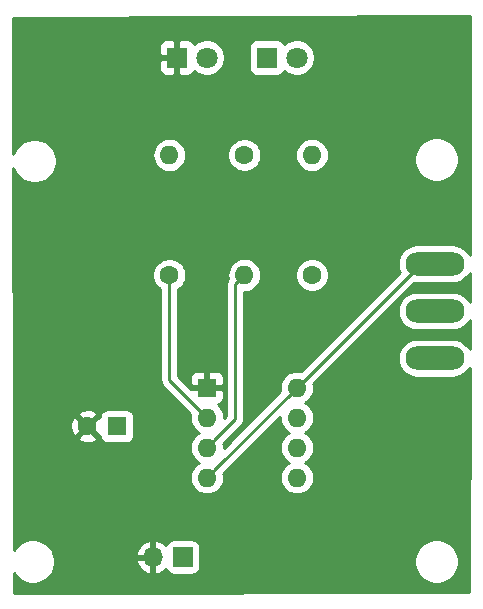
<source format=gbr>
G04 #@! TF.GenerationSoftware,KiCad,Pcbnew,(5.1.0)-1*
G04 #@! TF.CreationDate,2019-06-14T11:01:10+01:00*
G04 #@! TF.ProjectId,Fibre Tester,46696272-6520-4546-9573-7465722e6b69,rev?*
G04 #@! TF.SameCoordinates,Original*
G04 #@! TF.FileFunction,Copper,L1,Top*
G04 #@! TF.FilePolarity,Positive*
%FSLAX46Y46*%
G04 Gerber Fmt 4.6, Leading zero omitted, Abs format (unit mm)*
G04 Created by KiCad (PCBNEW (5.1.0)-1) date 2019-06-14 11:01:10*
%MOMM*%
%LPD*%
G04 APERTURE LIST*
%ADD10O,1.700000X1.700000*%
%ADD11R,1.700000X1.700000*%
%ADD12O,1.600000X1.600000*%
%ADD13C,1.600000*%
%ADD14R,1.600000X1.600000*%
%ADD15R,1.800000X1.800000*%
%ADD16C,1.800000*%
%ADD17O,5.000000X2.000000*%
%ADD18C,0.250000*%
%ADD19C,0.254000*%
G04 APERTURE END LIST*
D10*
X122428000Y-80391000D03*
D11*
X124968000Y-80391000D03*
D12*
X130175000Y-56515000D03*
D13*
X130175000Y-46355000D03*
D12*
X135890000Y-46355000D03*
D13*
X135890000Y-56515000D03*
D12*
X123825000Y-46355000D03*
D13*
X123825000Y-56515000D03*
D14*
X119380000Y-69321001D03*
D13*
X116880000Y-69321001D03*
D15*
X132080000Y-38100000D03*
D16*
X134620000Y-38100000D03*
X127000000Y-38100000D03*
D15*
X124460000Y-38100000D03*
D14*
X127000000Y-66040000D03*
D12*
X134620000Y-73660000D03*
X127000000Y-68580000D03*
X134620000Y-71120000D03*
X127000000Y-71120000D03*
X134620000Y-68580000D03*
X127000000Y-73660000D03*
X134620000Y-66040000D03*
D17*
X146304000Y-63563000D03*
X146304000Y-59563000D03*
X146304000Y-55563000D03*
D18*
X123825000Y-65405000D02*
X127000000Y-68580000D01*
X123825000Y-56515000D02*
X123825000Y-65405000D01*
X127799999Y-72860001D02*
X134620000Y-66040000D01*
X127000000Y-73660000D02*
X127799999Y-72860001D01*
X145160000Y-55500000D02*
X147320000Y-55500000D01*
X145097000Y-55563000D02*
X146558000Y-55563000D01*
X145097000Y-55563000D02*
X146304000Y-55563000D01*
X134620000Y-66040000D02*
X145097000Y-55563000D01*
X127799999Y-70320001D02*
X127000000Y-71120000D01*
X129375001Y-68744999D02*
X127799999Y-70320001D01*
X129375001Y-57314999D02*
X129375001Y-68744999D01*
X130175000Y-56515000D02*
X129375001Y-57314999D01*
D19*
G36*
X149243580Y-54787849D02*
G01*
X149170031Y-54650248D01*
X148965714Y-54401286D01*
X148716752Y-54196969D01*
X148432715Y-54045148D01*
X148124516Y-53951657D01*
X147884322Y-53928000D01*
X144723678Y-53928000D01*
X144483484Y-53951657D01*
X144175285Y-54045148D01*
X143891248Y-54196969D01*
X143642286Y-54401286D01*
X143437969Y-54650248D01*
X143286148Y-54934285D01*
X143192657Y-55242484D01*
X143161089Y-55563000D01*
X143192657Y-55883516D01*
X143286148Y-56191715D01*
X143323535Y-56261662D01*
X134945906Y-64639292D01*
X134901309Y-64625764D01*
X134690492Y-64605000D01*
X134549508Y-64605000D01*
X134338691Y-64625764D01*
X134068192Y-64707818D01*
X133818899Y-64841068D01*
X133600392Y-65020392D01*
X133421068Y-65238899D01*
X133287818Y-65488192D01*
X133205764Y-65758691D01*
X133178057Y-66040000D01*
X133205764Y-66321309D01*
X133219292Y-66365906D01*
X128439402Y-71145797D01*
X128441943Y-71120000D01*
X128414236Y-70838691D01*
X128400708Y-70794093D01*
X129886004Y-69308798D01*
X129915002Y-69285000D01*
X130009975Y-69169275D01*
X130080547Y-69037246D01*
X130124004Y-68893985D01*
X130135001Y-68782332D01*
X130135001Y-68782323D01*
X130138677Y-68745000D01*
X130135001Y-68707677D01*
X130135001Y-57950000D01*
X130245492Y-57950000D01*
X130456309Y-57929236D01*
X130726808Y-57847182D01*
X130976101Y-57713932D01*
X131194608Y-57534608D01*
X131373932Y-57316101D01*
X131507182Y-57066808D01*
X131589236Y-56796309D01*
X131616943Y-56515000D01*
X131603023Y-56373665D01*
X134455000Y-56373665D01*
X134455000Y-56656335D01*
X134510147Y-56933574D01*
X134618320Y-57194727D01*
X134775363Y-57429759D01*
X134975241Y-57629637D01*
X135210273Y-57786680D01*
X135471426Y-57894853D01*
X135748665Y-57950000D01*
X136031335Y-57950000D01*
X136308574Y-57894853D01*
X136569727Y-57786680D01*
X136804759Y-57629637D01*
X137004637Y-57429759D01*
X137161680Y-57194727D01*
X137269853Y-56933574D01*
X137325000Y-56656335D01*
X137325000Y-56373665D01*
X137269853Y-56096426D01*
X137161680Y-55835273D01*
X137004637Y-55600241D01*
X136804759Y-55400363D01*
X136569727Y-55243320D01*
X136308574Y-55135147D01*
X136031335Y-55080000D01*
X135748665Y-55080000D01*
X135471426Y-55135147D01*
X135210273Y-55243320D01*
X134975241Y-55400363D01*
X134775363Y-55600241D01*
X134618320Y-55835273D01*
X134510147Y-56096426D01*
X134455000Y-56373665D01*
X131603023Y-56373665D01*
X131589236Y-56233691D01*
X131507182Y-55963192D01*
X131373932Y-55713899D01*
X131194608Y-55495392D01*
X130976101Y-55316068D01*
X130726808Y-55182818D01*
X130456309Y-55100764D01*
X130245492Y-55080000D01*
X130104508Y-55080000D01*
X129893691Y-55100764D01*
X129623192Y-55182818D01*
X129373899Y-55316068D01*
X129155392Y-55495392D01*
X128976068Y-55713899D01*
X128842818Y-55963192D01*
X128760764Y-56233691D01*
X128733057Y-56515000D01*
X128760764Y-56796309D01*
X128776078Y-56846795D01*
X128740027Y-56890723D01*
X128669456Y-57022752D01*
X128669455Y-57022753D01*
X128625998Y-57166014D01*
X128615001Y-57277667D01*
X128615001Y-57277677D01*
X128611325Y-57314999D01*
X128615001Y-57352321D01*
X128615002Y-68430196D01*
X128439402Y-68605796D01*
X128441943Y-68580000D01*
X128414236Y-68298691D01*
X128332182Y-68028192D01*
X128198932Y-67778899D01*
X128019608Y-67560392D01*
X127906518Y-67467581D01*
X127924482Y-67465812D01*
X128044180Y-67429502D01*
X128154494Y-67370537D01*
X128251185Y-67291185D01*
X128330537Y-67194494D01*
X128389502Y-67084180D01*
X128425812Y-66964482D01*
X128438072Y-66840000D01*
X128435000Y-66325750D01*
X128276250Y-66167000D01*
X127127000Y-66167000D01*
X127127000Y-66187000D01*
X126873000Y-66187000D01*
X126873000Y-66167000D01*
X125723750Y-66167000D01*
X125692776Y-66197974D01*
X124734802Y-65240000D01*
X125561928Y-65240000D01*
X125565000Y-65754250D01*
X125723750Y-65913000D01*
X126873000Y-65913000D01*
X126873000Y-64763750D01*
X127127000Y-64763750D01*
X127127000Y-65913000D01*
X128276250Y-65913000D01*
X128435000Y-65754250D01*
X128438072Y-65240000D01*
X128425812Y-65115518D01*
X128389502Y-64995820D01*
X128330537Y-64885506D01*
X128251185Y-64788815D01*
X128154494Y-64709463D01*
X128044180Y-64650498D01*
X127924482Y-64614188D01*
X127800000Y-64601928D01*
X127285750Y-64605000D01*
X127127000Y-64763750D01*
X126873000Y-64763750D01*
X126714250Y-64605000D01*
X126200000Y-64601928D01*
X126075518Y-64614188D01*
X125955820Y-64650498D01*
X125845506Y-64709463D01*
X125748815Y-64788815D01*
X125669463Y-64885506D01*
X125610498Y-64995820D01*
X125574188Y-65115518D01*
X125561928Y-65240000D01*
X124734802Y-65240000D01*
X124585000Y-65090199D01*
X124585000Y-57733043D01*
X124739759Y-57629637D01*
X124939637Y-57429759D01*
X125096680Y-57194727D01*
X125204853Y-56933574D01*
X125260000Y-56656335D01*
X125260000Y-56373665D01*
X125204853Y-56096426D01*
X125096680Y-55835273D01*
X124939637Y-55600241D01*
X124739759Y-55400363D01*
X124504727Y-55243320D01*
X124243574Y-55135147D01*
X123966335Y-55080000D01*
X123683665Y-55080000D01*
X123406426Y-55135147D01*
X123145273Y-55243320D01*
X122910241Y-55400363D01*
X122710363Y-55600241D01*
X122553320Y-55835273D01*
X122445147Y-56096426D01*
X122390000Y-56373665D01*
X122390000Y-56656335D01*
X122445147Y-56933574D01*
X122553320Y-57194727D01*
X122710363Y-57429759D01*
X122910241Y-57629637D01*
X123065000Y-57733044D01*
X123065001Y-65367668D01*
X123061324Y-65405000D01*
X123075998Y-65553985D01*
X123119454Y-65697246D01*
X123190026Y-65829276D01*
X123258737Y-65913000D01*
X123285000Y-65945001D01*
X123313998Y-65968799D01*
X125599292Y-68254094D01*
X125585764Y-68298691D01*
X125558057Y-68580000D01*
X125585764Y-68861309D01*
X125667818Y-69131808D01*
X125801068Y-69381101D01*
X125980392Y-69599608D01*
X126198899Y-69778932D01*
X126331858Y-69850000D01*
X126198899Y-69921068D01*
X125980392Y-70100392D01*
X125801068Y-70318899D01*
X125667818Y-70568192D01*
X125585764Y-70838691D01*
X125558057Y-71120000D01*
X125585764Y-71401309D01*
X125667818Y-71671808D01*
X125801068Y-71921101D01*
X125980392Y-72139608D01*
X126198899Y-72318932D01*
X126331858Y-72390000D01*
X126198899Y-72461068D01*
X125980392Y-72640392D01*
X125801068Y-72858899D01*
X125667818Y-73108192D01*
X125585764Y-73378691D01*
X125558057Y-73660000D01*
X125585764Y-73941309D01*
X125667818Y-74211808D01*
X125801068Y-74461101D01*
X125980392Y-74679608D01*
X126198899Y-74858932D01*
X126448192Y-74992182D01*
X126718691Y-75074236D01*
X126929508Y-75095000D01*
X127070492Y-75095000D01*
X127281309Y-75074236D01*
X127551808Y-74992182D01*
X127801101Y-74858932D01*
X128019608Y-74679608D01*
X128198932Y-74461101D01*
X128332182Y-74211808D01*
X128414236Y-73941309D01*
X128441943Y-73660000D01*
X128414236Y-73378691D01*
X128400708Y-73334093D01*
X133180598Y-68554204D01*
X133178057Y-68580000D01*
X133205764Y-68861309D01*
X133287818Y-69131808D01*
X133421068Y-69381101D01*
X133600392Y-69599608D01*
X133818899Y-69778932D01*
X133951858Y-69850000D01*
X133818899Y-69921068D01*
X133600392Y-70100392D01*
X133421068Y-70318899D01*
X133287818Y-70568192D01*
X133205764Y-70838691D01*
X133178057Y-71120000D01*
X133205764Y-71401309D01*
X133287818Y-71671808D01*
X133421068Y-71921101D01*
X133600392Y-72139608D01*
X133818899Y-72318932D01*
X133951858Y-72390000D01*
X133818899Y-72461068D01*
X133600392Y-72640392D01*
X133421068Y-72858899D01*
X133287818Y-73108192D01*
X133205764Y-73378691D01*
X133178057Y-73660000D01*
X133205764Y-73941309D01*
X133287818Y-74211808D01*
X133421068Y-74461101D01*
X133600392Y-74679608D01*
X133818899Y-74858932D01*
X134068192Y-74992182D01*
X134338691Y-75074236D01*
X134549508Y-75095000D01*
X134690492Y-75095000D01*
X134901309Y-75074236D01*
X135171808Y-74992182D01*
X135421101Y-74858932D01*
X135639608Y-74679608D01*
X135818932Y-74461101D01*
X135952182Y-74211808D01*
X136034236Y-73941309D01*
X136061943Y-73660000D01*
X136034236Y-73378691D01*
X135952182Y-73108192D01*
X135818932Y-72858899D01*
X135639608Y-72640392D01*
X135421101Y-72461068D01*
X135288142Y-72390000D01*
X135421101Y-72318932D01*
X135639608Y-72139608D01*
X135818932Y-71921101D01*
X135952182Y-71671808D01*
X136034236Y-71401309D01*
X136061943Y-71120000D01*
X136034236Y-70838691D01*
X135952182Y-70568192D01*
X135818932Y-70318899D01*
X135639608Y-70100392D01*
X135421101Y-69921068D01*
X135288142Y-69850000D01*
X135421101Y-69778932D01*
X135639608Y-69599608D01*
X135818932Y-69381101D01*
X135952182Y-69131808D01*
X136034236Y-68861309D01*
X136061943Y-68580000D01*
X136034236Y-68298691D01*
X135952182Y-68028192D01*
X135818932Y-67778899D01*
X135639608Y-67560392D01*
X135421101Y-67381068D01*
X135288142Y-67310000D01*
X135421101Y-67238932D01*
X135639608Y-67059608D01*
X135818932Y-66841101D01*
X135952182Y-66591808D01*
X136034236Y-66321309D01*
X136061943Y-66040000D01*
X136034236Y-65758691D01*
X136020708Y-65714094D01*
X144553558Y-57181245D01*
X144723678Y-57198000D01*
X147884322Y-57198000D01*
X148124516Y-57174343D01*
X148432715Y-57080852D01*
X148716752Y-56929031D01*
X148965714Y-56724714D01*
X149170031Y-56475752D01*
X149242574Y-56340034D01*
X149240989Y-58783002D01*
X149170031Y-58650248D01*
X148965714Y-58401286D01*
X148716752Y-58196969D01*
X148432715Y-58045148D01*
X148124516Y-57951657D01*
X147884322Y-57928000D01*
X144723678Y-57928000D01*
X144483484Y-57951657D01*
X144175285Y-58045148D01*
X143891248Y-58196969D01*
X143642286Y-58401286D01*
X143437969Y-58650248D01*
X143286148Y-58934285D01*
X143192657Y-59242484D01*
X143161089Y-59563000D01*
X143192657Y-59883516D01*
X143286148Y-60191715D01*
X143437969Y-60475752D01*
X143642286Y-60724714D01*
X143891248Y-60929031D01*
X144175285Y-61080852D01*
X144483484Y-61174343D01*
X144723678Y-61198000D01*
X147884322Y-61198000D01*
X148124516Y-61174343D01*
X148432715Y-61080852D01*
X148716752Y-60929031D01*
X148965714Y-60724714D01*
X149170031Y-60475752D01*
X149239976Y-60344893D01*
X149238399Y-62778155D01*
X149170031Y-62650248D01*
X148965714Y-62401286D01*
X148716752Y-62196969D01*
X148432715Y-62045148D01*
X148124516Y-61951657D01*
X147884322Y-61928000D01*
X144723678Y-61928000D01*
X144483484Y-61951657D01*
X144175285Y-62045148D01*
X143891248Y-62196969D01*
X143642286Y-62401286D01*
X143437969Y-62650248D01*
X143286148Y-62934285D01*
X143192657Y-63242484D01*
X143161089Y-63563000D01*
X143192657Y-63883516D01*
X143286148Y-64191715D01*
X143437969Y-64475752D01*
X143642286Y-64724714D01*
X143891248Y-64929031D01*
X144175285Y-65080852D01*
X144483484Y-65174343D01*
X144723678Y-65198000D01*
X147884322Y-65198000D01*
X148124516Y-65174343D01*
X148432715Y-65080852D01*
X148716752Y-64929031D01*
X148965714Y-64724714D01*
X149170031Y-64475752D01*
X149237379Y-64349752D01*
X149225082Y-83312415D01*
X110680253Y-83438585D01*
X110677034Y-81783862D01*
X110803825Y-81973618D01*
X111066382Y-82236175D01*
X111375118Y-82442466D01*
X111718166Y-82584561D01*
X112082344Y-82657000D01*
X112453656Y-82657000D01*
X112817834Y-82584561D01*
X113160882Y-82442466D01*
X113469618Y-82236175D01*
X113732175Y-81973618D01*
X113938466Y-81664882D01*
X114080561Y-81321834D01*
X114153000Y-80957656D01*
X114153000Y-80747891D01*
X120986519Y-80747891D01*
X121083843Y-81022252D01*
X121232822Y-81272355D01*
X121427731Y-81488588D01*
X121661080Y-81662641D01*
X121923901Y-81787825D01*
X122071110Y-81832476D01*
X122301000Y-81711155D01*
X122301000Y-80518000D01*
X121107186Y-80518000D01*
X120986519Y-80747891D01*
X114153000Y-80747891D01*
X114153000Y-80586344D01*
X114080561Y-80222166D01*
X114002666Y-80034109D01*
X120986519Y-80034109D01*
X121107186Y-80264000D01*
X122301000Y-80264000D01*
X122301000Y-79070845D01*
X122555000Y-79070845D01*
X122555000Y-80264000D01*
X122575000Y-80264000D01*
X122575000Y-80518000D01*
X122555000Y-80518000D01*
X122555000Y-81711155D01*
X122784890Y-81832476D01*
X122932099Y-81787825D01*
X123194920Y-81662641D01*
X123428269Y-81488588D01*
X123504034Y-81404534D01*
X123528498Y-81485180D01*
X123587463Y-81595494D01*
X123666815Y-81692185D01*
X123763506Y-81771537D01*
X123873820Y-81830502D01*
X123993518Y-81866812D01*
X124118000Y-81879072D01*
X125818000Y-81879072D01*
X125942482Y-81866812D01*
X126062180Y-81830502D01*
X126172494Y-81771537D01*
X126269185Y-81692185D01*
X126348537Y-81595494D01*
X126407502Y-81485180D01*
X126443812Y-81365482D01*
X126456072Y-81241000D01*
X126456072Y-80586344D01*
X144546000Y-80586344D01*
X144546000Y-80957656D01*
X144618439Y-81321834D01*
X144760534Y-81664882D01*
X144966825Y-81973618D01*
X145229382Y-82236175D01*
X145538118Y-82442466D01*
X145881166Y-82584561D01*
X146245344Y-82657000D01*
X146616656Y-82657000D01*
X146980834Y-82584561D01*
X147323882Y-82442466D01*
X147632618Y-82236175D01*
X147895175Y-81973618D01*
X148101466Y-81664882D01*
X148243561Y-81321834D01*
X148316000Y-80957656D01*
X148316000Y-80586344D01*
X148243561Y-80222166D01*
X148101466Y-79879118D01*
X147895175Y-79570382D01*
X147632618Y-79307825D01*
X147323882Y-79101534D01*
X146980834Y-78959439D01*
X146616656Y-78887000D01*
X146245344Y-78887000D01*
X145881166Y-78959439D01*
X145538118Y-79101534D01*
X145229382Y-79307825D01*
X144966825Y-79570382D01*
X144760534Y-79879118D01*
X144618439Y-80222166D01*
X144546000Y-80586344D01*
X126456072Y-80586344D01*
X126456072Y-79541000D01*
X126443812Y-79416518D01*
X126407502Y-79296820D01*
X126348537Y-79186506D01*
X126269185Y-79089815D01*
X126172494Y-79010463D01*
X126062180Y-78951498D01*
X125942482Y-78915188D01*
X125818000Y-78902928D01*
X124118000Y-78902928D01*
X123993518Y-78915188D01*
X123873820Y-78951498D01*
X123763506Y-79010463D01*
X123666815Y-79089815D01*
X123587463Y-79186506D01*
X123528498Y-79296820D01*
X123504034Y-79377466D01*
X123428269Y-79293412D01*
X123194920Y-79119359D01*
X122932099Y-78994175D01*
X122784890Y-78949524D01*
X122555000Y-79070845D01*
X122301000Y-79070845D01*
X122071110Y-78949524D01*
X121923901Y-78994175D01*
X121661080Y-79119359D01*
X121427731Y-79293412D01*
X121232822Y-79509645D01*
X121083843Y-79759748D01*
X120986519Y-80034109D01*
X114002666Y-80034109D01*
X113938466Y-79879118D01*
X113732175Y-79570382D01*
X113469618Y-79307825D01*
X113160882Y-79101534D01*
X112817834Y-78959439D01*
X112453656Y-78887000D01*
X112082344Y-78887000D01*
X111718166Y-78959439D01*
X111375118Y-79101534D01*
X111066382Y-79307825D01*
X110803825Y-79570382D01*
X110673108Y-79766014D01*
X110654720Y-70313703D01*
X116066903Y-70313703D01*
X116138486Y-70557672D01*
X116393996Y-70678572D01*
X116668184Y-70747301D01*
X116950512Y-70761218D01*
X117230130Y-70719788D01*
X117496292Y-70624604D01*
X117621514Y-70557672D01*
X117693097Y-70313703D01*
X116880000Y-69500606D01*
X116066903Y-70313703D01*
X110654720Y-70313703D01*
X110652925Y-69391513D01*
X115439783Y-69391513D01*
X115481213Y-69671131D01*
X115576397Y-69937293D01*
X115643329Y-70062515D01*
X115887298Y-70134098D01*
X116700395Y-69321001D01*
X117059605Y-69321001D01*
X117872702Y-70134098D01*
X117941928Y-70113786D01*
X117941928Y-70121001D01*
X117954188Y-70245483D01*
X117990498Y-70365181D01*
X118049463Y-70475495D01*
X118128815Y-70572186D01*
X118225506Y-70651538D01*
X118335820Y-70710503D01*
X118455518Y-70746813D01*
X118580000Y-70759073D01*
X120180000Y-70759073D01*
X120304482Y-70746813D01*
X120424180Y-70710503D01*
X120534494Y-70651538D01*
X120631185Y-70572186D01*
X120710537Y-70475495D01*
X120769502Y-70365181D01*
X120805812Y-70245483D01*
X120818072Y-70121001D01*
X120818072Y-68521001D01*
X120805812Y-68396519D01*
X120769502Y-68276821D01*
X120710537Y-68166507D01*
X120631185Y-68069816D01*
X120534494Y-67990464D01*
X120424180Y-67931499D01*
X120304482Y-67895189D01*
X120180000Y-67882929D01*
X118580000Y-67882929D01*
X118455518Y-67895189D01*
X118335820Y-67931499D01*
X118225506Y-67990464D01*
X118128815Y-68069816D01*
X118049463Y-68166507D01*
X117990498Y-68276821D01*
X117954188Y-68396519D01*
X117941928Y-68521001D01*
X117941928Y-68528216D01*
X117872702Y-68507904D01*
X117059605Y-69321001D01*
X116700395Y-69321001D01*
X115887298Y-68507904D01*
X115643329Y-68579487D01*
X115522429Y-68834997D01*
X115453700Y-69109185D01*
X115439783Y-69391513D01*
X110652925Y-69391513D01*
X110650857Y-68328299D01*
X116066903Y-68328299D01*
X116880000Y-69141396D01*
X117693097Y-68328299D01*
X117621514Y-68084330D01*
X117366004Y-67963430D01*
X117091816Y-67894701D01*
X116809488Y-67880784D01*
X116529870Y-67922214D01*
X116263708Y-68017398D01*
X116138486Y-68084330D01*
X116066903Y-68328299D01*
X110650857Y-68328299D01*
X110610295Y-47480084D01*
X110724534Y-47755882D01*
X110930825Y-48064618D01*
X111193382Y-48327175D01*
X111502118Y-48533466D01*
X111845166Y-48675561D01*
X112209344Y-48748000D01*
X112580656Y-48748000D01*
X112944834Y-48675561D01*
X113287882Y-48533466D01*
X113596618Y-48327175D01*
X113859175Y-48064618D01*
X114065466Y-47755882D01*
X114207561Y-47412834D01*
X114280000Y-47048656D01*
X114280000Y-46677344D01*
X114215883Y-46355000D01*
X122383057Y-46355000D01*
X122410764Y-46636309D01*
X122492818Y-46906808D01*
X122626068Y-47156101D01*
X122805392Y-47374608D01*
X123023899Y-47553932D01*
X123273192Y-47687182D01*
X123543691Y-47769236D01*
X123754508Y-47790000D01*
X123895492Y-47790000D01*
X124106309Y-47769236D01*
X124376808Y-47687182D01*
X124626101Y-47553932D01*
X124844608Y-47374608D01*
X125023932Y-47156101D01*
X125157182Y-46906808D01*
X125239236Y-46636309D01*
X125266943Y-46355000D01*
X125253023Y-46213665D01*
X128740000Y-46213665D01*
X128740000Y-46496335D01*
X128795147Y-46773574D01*
X128903320Y-47034727D01*
X129060363Y-47269759D01*
X129260241Y-47469637D01*
X129495273Y-47626680D01*
X129756426Y-47734853D01*
X130033665Y-47790000D01*
X130316335Y-47790000D01*
X130593574Y-47734853D01*
X130854727Y-47626680D01*
X131089759Y-47469637D01*
X131289637Y-47269759D01*
X131446680Y-47034727D01*
X131554853Y-46773574D01*
X131610000Y-46496335D01*
X131610000Y-46355000D01*
X134448057Y-46355000D01*
X134475764Y-46636309D01*
X134557818Y-46906808D01*
X134691068Y-47156101D01*
X134870392Y-47374608D01*
X135088899Y-47553932D01*
X135338192Y-47687182D01*
X135608691Y-47769236D01*
X135819508Y-47790000D01*
X135960492Y-47790000D01*
X136171309Y-47769236D01*
X136441808Y-47687182D01*
X136691101Y-47553932D01*
X136909608Y-47374608D01*
X137088932Y-47156101D01*
X137222182Y-46906808D01*
X137304236Y-46636309D01*
X137312702Y-46550344D01*
X144546000Y-46550344D01*
X144546000Y-46921656D01*
X144618439Y-47285834D01*
X144760534Y-47628882D01*
X144966825Y-47937618D01*
X145229382Y-48200175D01*
X145538118Y-48406466D01*
X145881166Y-48548561D01*
X146245344Y-48621000D01*
X146616656Y-48621000D01*
X146980834Y-48548561D01*
X147323882Y-48406466D01*
X147632618Y-48200175D01*
X147895175Y-47937618D01*
X148101466Y-47628882D01*
X148243561Y-47285834D01*
X148316000Y-46921656D01*
X148316000Y-46550344D01*
X148243561Y-46186166D01*
X148101466Y-45843118D01*
X147895175Y-45534382D01*
X147632618Y-45271825D01*
X147323882Y-45065534D01*
X146980834Y-44923439D01*
X146616656Y-44851000D01*
X146245344Y-44851000D01*
X145881166Y-44923439D01*
X145538118Y-45065534D01*
X145229382Y-45271825D01*
X144966825Y-45534382D01*
X144760534Y-45843118D01*
X144618439Y-46186166D01*
X144546000Y-46550344D01*
X137312702Y-46550344D01*
X137331943Y-46355000D01*
X137304236Y-46073691D01*
X137222182Y-45803192D01*
X137088932Y-45553899D01*
X136909608Y-45335392D01*
X136691101Y-45156068D01*
X136441808Y-45022818D01*
X136171309Y-44940764D01*
X135960492Y-44920000D01*
X135819508Y-44920000D01*
X135608691Y-44940764D01*
X135338192Y-45022818D01*
X135088899Y-45156068D01*
X134870392Y-45335392D01*
X134691068Y-45553899D01*
X134557818Y-45803192D01*
X134475764Y-46073691D01*
X134448057Y-46355000D01*
X131610000Y-46355000D01*
X131610000Y-46213665D01*
X131554853Y-45936426D01*
X131446680Y-45675273D01*
X131289637Y-45440241D01*
X131089759Y-45240363D01*
X130854727Y-45083320D01*
X130593574Y-44975147D01*
X130316335Y-44920000D01*
X130033665Y-44920000D01*
X129756426Y-44975147D01*
X129495273Y-45083320D01*
X129260241Y-45240363D01*
X129060363Y-45440241D01*
X128903320Y-45675273D01*
X128795147Y-45936426D01*
X128740000Y-46213665D01*
X125253023Y-46213665D01*
X125239236Y-46073691D01*
X125157182Y-45803192D01*
X125023932Y-45553899D01*
X124844608Y-45335392D01*
X124626101Y-45156068D01*
X124376808Y-45022818D01*
X124106309Y-44940764D01*
X123895492Y-44920000D01*
X123754508Y-44920000D01*
X123543691Y-44940764D01*
X123273192Y-45022818D01*
X123023899Y-45156068D01*
X122805392Y-45335392D01*
X122626068Y-45553899D01*
X122492818Y-45803192D01*
X122410764Y-46073691D01*
X122383057Y-46355000D01*
X114215883Y-46355000D01*
X114207561Y-46313166D01*
X114065466Y-45970118D01*
X113859175Y-45661382D01*
X113596618Y-45398825D01*
X113287882Y-45192534D01*
X112944834Y-45050439D01*
X112580656Y-44978000D01*
X112209344Y-44978000D01*
X111845166Y-45050439D01*
X111502118Y-45192534D01*
X111193382Y-45398825D01*
X110930825Y-45661382D01*
X110724534Y-45970118D01*
X110607905Y-46251686D01*
X110593797Y-39000000D01*
X122921928Y-39000000D01*
X122934188Y-39124482D01*
X122970498Y-39244180D01*
X123029463Y-39354494D01*
X123108815Y-39451185D01*
X123205506Y-39530537D01*
X123315820Y-39589502D01*
X123435518Y-39625812D01*
X123560000Y-39638072D01*
X124174250Y-39635000D01*
X124333000Y-39476250D01*
X124333000Y-38227000D01*
X123083750Y-38227000D01*
X122925000Y-38385750D01*
X122921928Y-39000000D01*
X110593797Y-39000000D01*
X110590295Y-37200000D01*
X122921928Y-37200000D01*
X122925000Y-37814250D01*
X123083750Y-37973000D01*
X124333000Y-37973000D01*
X124333000Y-36723750D01*
X124587000Y-36723750D01*
X124587000Y-37973000D01*
X124607000Y-37973000D01*
X124607000Y-38227000D01*
X124587000Y-38227000D01*
X124587000Y-39476250D01*
X124745750Y-39635000D01*
X125360000Y-39638072D01*
X125484482Y-39625812D01*
X125604180Y-39589502D01*
X125714494Y-39530537D01*
X125811185Y-39451185D01*
X125890537Y-39354494D01*
X125949502Y-39244180D01*
X125955056Y-39225873D01*
X126021495Y-39292312D01*
X126272905Y-39460299D01*
X126552257Y-39576011D01*
X126848816Y-39635000D01*
X127151184Y-39635000D01*
X127447743Y-39576011D01*
X127727095Y-39460299D01*
X127978505Y-39292312D01*
X128192312Y-39078505D01*
X128360299Y-38827095D01*
X128476011Y-38547743D01*
X128535000Y-38251184D01*
X128535000Y-37948816D01*
X128476011Y-37652257D01*
X128360299Y-37372905D01*
X128244768Y-37200000D01*
X130541928Y-37200000D01*
X130541928Y-39000000D01*
X130554188Y-39124482D01*
X130590498Y-39244180D01*
X130649463Y-39354494D01*
X130728815Y-39451185D01*
X130825506Y-39530537D01*
X130935820Y-39589502D01*
X131055518Y-39625812D01*
X131180000Y-39638072D01*
X132980000Y-39638072D01*
X133104482Y-39625812D01*
X133224180Y-39589502D01*
X133334494Y-39530537D01*
X133431185Y-39451185D01*
X133510537Y-39354494D01*
X133569502Y-39244180D01*
X133575056Y-39225873D01*
X133641495Y-39292312D01*
X133892905Y-39460299D01*
X134172257Y-39576011D01*
X134468816Y-39635000D01*
X134771184Y-39635000D01*
X135067743Y-39576011D01*
X135347095Y-39460299D01*
X135598505Y-39292312D01*
X135812312Y-39078505D01*
X135980299Y-38827095D01*
X136096011Y-38547743D01*
X136155000Y-38251184D01*
X136155000Y-37948816D01*
X136096011Y-37652257D01*
X135980299Y-37372905D01*
X135812312Y-37121495D01*
X135598505Y-36907688D01*
X135347095Y-36739701D01*
X135067743Y-36623989D01*
X134771184Y-36565000D01*
X134468816Y-36565000D01*
X134172257Y-36623989D01*
X133892905Y-36739701D01*
X133641495Y-36907688D01*
X133575056Y-36974127D01*
X133569502Y-36955820D01*
X133510537Y-36845506D01*
X133431185Y-36748815D01*
X133334494Y-36669463D01*
X133224180Y-36610498D01*
X133104482Y-36574188D01*
X132980000Y-36561928D01*
X131180000Y-36561928D01*
X131055518Y-36574188D01*
X130935820Y-36610498D01*
X130825506Y-36669463D01*
X130728815Y-36748815D01*
X130649463Y-36845506D01*
X130590498Y-36955820D01*
X130554188Y-37075518D01*
X130541928Y-37200000D01*
X128244768Y-37200000D01*
X128192312Y-37121495D01*
X127978505Y-36907688D01*
X127727095Y-36739701D01*
X127447743Y-36623989D01*
X127151184Y-36565000D01*
X126848816Y-36565000D01*
X126552257Y-36623989D01*
X126272905Y-36739701D01*
X126021495Y-36907688D01*
X125955056Y-36974127D01*
X125949502Y-36955820D01*
X125890537Y-36845506D01*
X125811185Y-36748815D01*
X125714494Y-36669463D01*
X125604180Y-36610498D01*
X125484482Y-36574188D01*
X125360000Y-36561928D01*
X124745750Y-36565000D01*
X124587000Y-36723750D01*
X124333000Y-36723750D01*
X124174250Y-36565000D01*
X123560000Y-36561928D01*
X123435518Y-36574188D01*
X123315820Y-36610498D01*
X123205506Y-36669463D01*
X123108815Y-36748815D01*
X123029463Y-36845506D01*
X122970498Y-36955820D01*
X122934188Y-37075518D01*
X122921928Y-37200000D01*
X110590295Y-37200000D01*
X110585497Y-34734085D01*
X149256667Y-34607915D01*
X149243580Y-54787849D01*
X149243580Y-54787849D01*
G37*
X149243580Y-54787849D02*
X149170031Y-54650248D01*
X148965714Y-54401286D01*
X148716752Y-54196969D01*
X148432715Y-54045148D01*
X148124516Y-53951657D01*
X147884322Y-53928000D01*
X144723678Y-53928000D01*
X144483484Y-53951657D01*
X144175285Y-54045148D01*
X143891248Y-54196969D01*
X143642286Y-54401286D01*
X143437969Y-54650248D01*
X143286148Y-54934285D01*
X143192657Y-55242484D01*
X143161089Y-55563000D01*
X143192657Y-55883516D01*
X143286148Y-56191715D01*
X143323535Y-56261662D01*
X134945906Y-64639292D01*
X134901309Y-64625764D01*
X134690492Y-64605000D01*
X134549508Y-64605000D01*
X134338691Y-64625764D01*
X134068192Y-64707818D01*
X133818899Y-64841068D01*
X133600392Y-65020392D01*
X133421068Y-65238899D01*
X133287818Y-65488192D01*
X133205764Y-65758691D01*
X133178057Y-66040000D01*
X133205764Y-66321309D01*
X133219292Y-66365906D01*
X128439402Y-71145797D01*
X128441943Y-71120000D01*
X128414236Y-70838691D01*
X128400708Y-70794093D01*
X129886004Y-69308798D01*
X129915002Y-69285000D01*
X130009975Y-69169275D01*
X130080547Y-69037246D01*
X130124004Y-68893985D01*
X130135001Y-68782332D01*
X130135001Y-68782323D01*
X130138677Y-68745000D01*
X130135001Y-68707677D01*
X130135001Y-57950000D01*
X130245492Y-57950000D01*
X130456309Y-57929236D01*
X130726808Y-57847182D01*
X130976101Y-57713932D01*
X131194608Y-57534608D01*
X131373932Y-57316101D01*
X131507182Y-57066808D01*
X131589236Y-56796309D01*
X131616943Y-56515000D01*
X131603023Y-56373665D01*
X134455000Y-56373665D01*
X134455000Y-56656335D01*
X134510147Y-56933574D01*
X134618320Y-57194727D01*
X134775363Y-57429759D01*
X134975241Y-57629637D01*
X135210273Y-57786680D01*
X135471426Y-57894853D01*
X135748665Y-57950000D01*
X136031335Y-57950000D01*
X136308574Y-57894853D01*
X136569727Y-57786680D01*
X136804759Y-57629637D01*
X137004637Y-57429759D01*
X137161680Y-57194727D01*
X137269853Y-56933574D01*
X137325000Y-56656335D01*
X137325000Y-56373665D01*
X137269853Y-56096426D01*
X137161680Y-55835273D01*
X137004637Y-55600241D01*
X136804759Y-55400363D01*
X136569727Y-55243320D01*
X136308574Y-55135147D01*
X136031335Y-55080000D01*
X135748665Y-55080000D01*
X135471426Y-55135147D01*
X135210273Y-55243320D01*
X134975241Y-55400363D01*
X134775363Y-55600241D01*
X134618320Y-55835273D01*
X134510147Y-56096426D01*
X134455000Y-56373665D01*
X131603023Y-56373665D01*
X131589236Y-56233691D01*
X131507182Y-55963192D01*
X131373932Y-55713899D01*
X131194608Y-55495392D01*
X130976101Y-55316068D01*
X130726808Y-55182818D01*
X130456309Y-55100764D01*
X130245492Y-55080000D01*
X130104508Y-55080000D01*
X129893691Y-55100764D01*
X129623192Y-55182818D01*
X129373899Y-55316068D01*
X129155392Y-55495392D01*
X128976068Y-55713899D01*
X128842818Y-55963192D01*
X128760764Y-56233691D01*
X128733057Y-56515000D01*
X128760764Y-56796309D01*
X128776078Y-56846795D01*
X128740027Y-56890723D01*
X128669456Y-57022752D01*
X128669455Y-57022753D01*
X128625998Y-57166014D01*
X128615001Y-57277667D01*
X128615001Y-57277677D01*
X128611325Y-57314999D01*
X128615001Y-57352321D01*
X128615002Y-68430196D01*
X128439402Y-68605796D01*
X128441943Y-68580000D01*
X128414236Y-68298691D01*
X128332182Y-68028192D01*
X128198932Y-67778899D01*
X128019608Y-67560392D01*
X127906518Y-67467581D01*
X127924482Y-67465812D01*
X128044180Y-67429502D01*
X128154494Y-67370537D01*
X128251185Y-67291185D01*
X128330537Y-67194494D01*
X128389502Y-67084180D01*
X128425812Y-66964482D01*
X128438072Y-66840000D01*
X128435000Y-66325750D01*
X128276250Y-66167000D01*
X127127000Y-66167000D01*
X127127000Y-66187000D01*
X126873000Y-66187000D01*
X126873000Y-66167000D01*
X125723750Y-66167000D01*
X125692776Y-66197974D01*
X124734802Y-65240000D01*
X125561928Y-65240000D01*
X125565000Y-65754250D01*
X125723750Y-65913000D01*
X126873000Y-65913000D01*
X126873000Y-64763750D01*
X127127000Y-64763750D01*
X127127000Y-65913000D01*
X128276250Y-65913000D01*
X128435000Y-65754250D01*
X128438072Y-65240000D01*
X128425812Y-65115518D01*
X128389502Y-64995820D01*
X128330537Y-64885506D01*
X128251185Y-64788815D01*
X128154494Y-64709463D01*
X128044180Y-64650498D01*
X127924482Y-64614188D01*
X127800000Y-64601928D01*
X127285750Y-64605000D01*
X127127000Y-64763750D01*
X126873000Y-64763750D01*
X126714250Y-64605000D01*
X126200000Y-64601928D01*
X126075518Y-64614188D01*
X125955820Y-64650498D01*
X125845506Y-64709463D01*
X125748815Y-64788815D01*
X125669463Y-64885506D01*
X125610498Y-64995820D01*
X125574188Y-65115518D01*
X125561928Y-65240000D01*
X124734802Y-65240000D01*
X124585000Y-65090199D01*
X124585000Y-57733043D01*
X124739759Y-57629637D01*
X124939637Y-57429759D01*
X125096680Y-57194727D01*
X125204853Y-56933574D01*
X125260000Y-56656335D01*
X125260000Y-56373665D01*
X125204853Y-56096426D01*
X125096680Y-55835273D01*
X124939637Y-55600241D01*
X124739759Y-55400363D01*
X124504727Y-55243320D01*
X124243574Y-55135147D01*
X123966335Y-55080000D01*
X123683665Y-55080000D01*
X123406426Y-55135147D01*
X123145273Y-55243320D01*
X122910241Y-55400363D01*
X122710363Y-55600241D01*
X122553320Y-55835273D01*
X122445147Y-56096426D01*
X122390000Y-56373665D01*
X122390000Y-56656335D01*
X122445147Y-56933574D01*
X122553320Y-57194727D01*
X122710363Y-57429759D01*
X122910241Y-57629637D01*
X123065000Y-57733044D01*
X123065001Y-65367668D01*
X123061324Y-65405000D01*
X123075998Y-65553985D01*
X123119454Y-65697246D01*
X123190026Y-65829276D01*
X123258737Y-65913000D01*
X123285000Y-65945001D01*
X123313998Y-65968799D01*
X125599292Y-68254094D01*
X125585764Y-68298691D01*
X125558057Y-68580000D01*
X125585764Y-68861309D01*
X125667818Y-69131808D01*
X125801068Y-69381101D01*
X125980392Y-69599608D01*
X126198899Y-69778932D01*
X126331858Y-69850000D01*
X126198899Y-69921068D01*
X125980392Y-70100392D01*
X125801068Y-70318899D01*
X125667818Y-70568192D01*
X125585764Y-70838691D01*
X125558057Y-71120000D01*
X125585764Y-71401309D01*
X125667818Y-71671808D01*
X125801068Y-71921101D01*
X125980392Y-72139608D01*
X126198899Y-72318932D01*
X126331858Y-72390000D01*
X126198899Y-72461068D01*
X125980392Y-72640392D01*
X125801068Y-72858899D01*
X125667818Y-73108192D01*
X125585764Y-73378691D01*
X125558057Y-73660000D01*
X125585764Y-73941309D01*
X125667818Y-74211808D01*
X125801068Y-74461101D01*
X125980392Y-74679608D01*
X126198899Y-74858932D01*
X126448192Y-74992182D01*
X126718691Y-75074236D01*
X126929508Y-75095000D01*
X127070492Y-75095000D01*
X127281309Y-75074236D01*
X127551808Y-74992182D01*
X127801101Y-74858932D01*
X128019608Y-74679608D01*
X128198932Y-74461101D01*
X128332182Y-74211808D01*
X128414236Y-73941309D01*
X128441943Y-73660000D01*
X128414236Y-73378691D01*
X128400708Y-73334093D01*
X133180598Y-68554204D01*
X133178057Y-68580000D01*
X133205764Y-68861309D01*
X133287818Y-69131808D01*
X133421068Y-69381101D01*
X133600392Y-69599608D01*
X133818899Y-69778932D01*
X133951858Y-69850000D01*
X133818899Y-69921068D01*
X133600392Y-70100392D01*
X133421068Y-70318899D01*
X133287818Y-70568192D01*
X133205764Y-70838691D01*
X133178057Y-71120000D01*
X133205764Y-71401309D01*
X133287818Y-71671808D01*
X133421068Y-71921101D01*
X133600392Y-72139608D01*
X133818899Y-72318932D01*
X133951858Y-72390000D01*
X133818899Y-72461068D01*
X133600392Y-72640392D01*
X133421068Y-72858899D01*
X133287818Y-73108192D01*
X133205764Y-73378691D01*
X133178057Y-73660000D01*
X133205764Y-73941309D01*
X133287818Y-74211808D01*
X133421068Y-74461101D01*
X133600392Y-74679608D01*
X133818899Y-74858932D01*
X134068192Y-74992182D01*
X134338691Y-75074236D01*
X134549508Y-75095000D01*
X134690492Y-75095000D01*
X134901309Y-75074236D01*
X135171808Y-74992182D01*
X135421101Y-74858932D01*
X135639608Y-74679608D01*
X135818932Y-74461101D01*
X135952182Y-74211808D01*
X136034236Y-73941309D01*
X136061943Y-73660000D01*
X136034236Y-73378691D01*
X135952182Y-73108192D01*
X135818932Y-72858899D01*
X135639608Y-72640392D01*
X135421101Y-72461068D01*
X135288142Y-72390000D01*
X135421101Y-72318932D01*
X135639608Y-72139608D01*
X135818932Y-71921101D01*
X135952182Y-71671808D01*
X136034236Y-71401309D01*
X136061943Y-71120000D01*
X136034236Y-70838691D01*
X135952182Y-70568192D01*
X135818932Y-70318899D01*
X135639608Y-70100392D01*
X135421101Y-69921068D01*
X135288142Y-69850000D01*
X135421101Y-69778932D01*
X135639608Y-69599608D01*
X135818932Y-69381101D01*
X135952182Y-69131808D01*
X136034236Y-68861309D01*
X136061943Y-68580000D01*
X136034236Y-68298691D01*
X135952182Y-68028192D01*
X135818932Y-67778899D01*
X135639608Y-67560392D01*
X135421101Y-67381068D01*
X135288142Y-67310000D01*
X135421101Y-67238932D01*
X135639608Y-67059608D01*
X135818932Y-66841101D01*
X135952182Y-66591808D01*
X136034236Y-66321309D01*
X136061943Y-66040000D01*
X136034236Y-65758691D01*
X136020708Y-65714094D01*
X144553558Y-57181245D01*
X144723678Y-57198000D01*
X147884322Y-57198000D01*
X148124516Y-57174343D01*
X148432715Y-57080852D01*
X148716752Y-56929031D01*
X148965714Y-56724714D01*
X149170031Y-56475752D01*
X149242574Y-56340034D01*
X149240989Y-58783002D01*
X149170031Y-58650248D01*
X148965714Y-58401286D01*
X148716752Y-58196969D01*
X148432715Y-58045148D01*
X148124516Y-57951657D01*
X147884322Y-57928000D01*
X144723678Y-57928000D01*
X144483484Y-57951657D01*
X144175285Y-58045148D01*
X143891248Y-58196969D01*
X143642286Y-58401286D01*
X143437969Y-58650248D01*
X143286148Y-58934285D01*
X143192657Y-59242484D01*
X143161089Y-59563000D01*
X143192657Y-59883516D01*
X143286148Y-60191715D01*
X143437969Y-60475752D01*
X143642286Y-60724714D01*
X143891248Y-60929031D01*
X144175285Y-61080852D01*
X144483484Y-61174343D01*
X144723678Y-61198000D01*
X147884322Y-61198000D01*
X148124516Y-61174343D01*
X148432715Y-61080852D01*
X148716752Y-60929031D01*
X148965714Y-60724714D01*
X149170031Y-60475752D01*
X149239976Y-60344893D01*
X149238399Y-62778155D01*
X149170031Y-62650248D01*
X148965714Y-62401286D01*
X148716752Y-62196969D01*
X148432715Y-62045148D01*
X148124516Y-61951657D01*
X147884322Y-61928000D01*
X144723678Y-61928000D01*
X144483484Y-61951657D01*
X144175285Y-62045148D01*
X143891248Y-62196969D01*
X143642286Y-62401286D01*
X143437969Y-62650248D01*
X143286148Y-62934285D01*
X143192657Y-63242484D01*
X143161089Y-63563000D01*
X143192657Y-63883516D01*
X143286148Y-64191715D01*
X143437969Y-64475752D01*
X143642286Y-64724714D01*
X143891248Y-64929031D01*
X144175285Y-65080852D01*
X144483484Y-65174343D01*
X144723678Y-65198000D01*
X147884322Y-65198000D01*
X148124516Y-65174343D01*
X148432715Y-65080852D01*
X148716752Y-64929031D01*
X148965714Y-64724714D01*
X149170031Y-64475752D01*
X149237379Y-64349752D01*
X149225082Y-83312415D01*
X110680253Y-83438585D01*
X110677034Y-81783862D01*
X110803825Y-81973618D01*
X111066382Y-82236175D01*
X111375118Y-82442466D01*
X111718166Y-82584561D01*
X112082344Y-82657000D01*
X112453656Y-82657000D01*
X112817834Y-82584561D01*
X113160882Y-82442466D01*
X113469618Y-82236175D01*
X113732175Y-81973618D01*
X113938466Y-81664882D01*
X114080561Y-81321834D01*
X114153000Y-80957656D01*
X114153000Y-80747891D01*
X120986519Y-80747891D01*
X121083843Y-81022252D01*
X121232822Y-81272355D01*
X121427731Y-81488588D01*
X121661080Y-81662641D01*
X121923901Y-81787825D01*
X122071110Y-81832476D01*
X122301000Y-81711155D01*
X122301000Y-80518000D01*
X121107186Y-80518000D01*
X120986519Y-80747891D01*
X114153000Y-80747891D01*
X114153000Y-80586344D01*
X114080561Y-80222166D01*
X114002666Y-80034109D01*
X120986519Y-80034109D01*
X121107186Y-80264000D01*
X122301000Y-80264000D01*
X122301000Y-79070845D01*
X122555000Y-79070845D01*
X122555000Y-80264000D01*
X122575000Y-80264000D01*
X122575000Y-80518000D01*
X122555000Y-80518000D01*
X122555000Y-81711155D01*
X122784890Y-81832476D01*
X122932099Y-81787825D01*
X123194920Y-81662641D01*
X123428269Y-81488588D01*
X123504034Y-81404534D01*
X123528498Y-81485180D01*
X123587463Y-81595494D01*
X123666815Y-81692185D01*
X123763506Y-81771537D01*
X123873820Y-81830502D01*
X123993518Y-81866812D01*
X124118000Y-81879072D01*
X125818000Y-81879072D01*
X125942482Y-81866812D01*
X126062180Y-81830502D01*
X126172494Y-81771537D01*
X126269185Y-81692185D01*
X126348537Y-81595494D01*
X126407502Y-81485180D01*
X126443812Y-81365482D01*
X126456072Y-81241000D01*
X126456072Y-80586344D01*
X144546000Y-80586344D01*
X144546000Y-80957656D01*
X144618439Y-81321834D01*
X144760534Y-81664882D01*
X144966825Y-81973618D01*
X145229382Y-82236175D01*
X145538118Y-82442466D01*
X145881166Y-82584561D01*
X146245344Y-82657000D01*
X146616656Y-82657000D01*
X146980834Y-82584561D01*
X147323882Y-82442466D01*
X147632618Y-82236175D01*
X147895175Y-81973618D01*
X148101466Y-81664882D01*
X148243561Y-81321834D01*
X148316000Y-80957656D01*
X148316000Y-80586344D01*
X148243561Y-80222166D01*
X148101466Y-79879118D01*
X147895175Y-79570382D01*
X147632618Y-79307825D01*
X147323882Y-79101534D01*
X146980834Y-78959439D01*
X146616656Y-78887000D01*
X146245344Y-78887000D01*
X145881166Y-78959439D01*
X145538118Y-79101534D01*
X145229382Y-79307825D01*
X144966825Y-79570382D01*
X144760534Y-79879118D01*
X144618439Y-80222166D01*
X144546000Y-80586344D01*
X126456072Y-80586344D01*
X126456072Y-79541000D01*
X126443812Y-79416518D01*
X126407502Y-79296820D01*
X126348537Y-79186506D01*
X126269185Y-79089815D01*
X126172494Y-79010463D01*
X126062180Y-78951498D01*
X125942482Y-78915188D01*
X125818000Y-78902928D01*
X124118000Y-78902928D01*
X123993518Y-78915188D01*
X123873820Y-78951498D01*
X123763506Y-79010463D01*
X123666815Y-79089815D01*
X123587463Y-79186506D01*
X123528498Y-79296820D01*
X123504034Y-79377466D01*
X123428269Y-79293412D01*
X123194920Y-79119359D01*
X122932099Y-78994175D01*
X122784890Y-78949524D01*
X122555000Y-79070845D01*
X122301000Y-79070845D01*
X122071110Y-78949524D01*
X121923901Y-78994175D01*
X121661080Y-79119359D01*
X121427731Y-79293412D01*
X121232822Y-79509645D01*
X121083843Y-79759748D01*
X120986519Y-80034109D01*
X114002666Y-80034109D01*
X113938466Y-79879118D01*
X113732175Y-79570382D01*
X113469618Y-79307825D01*
X113160882Y-79101534D01*
X112817834Y-78959439D01*
X112453656Y-78887000D01*
X112082344Y-78887000D01*
X111718166Y-78959439D01*
X111375118Y-79101534D01*
X111066382Y-79307825D01*
X110803825Y-79570382D01*
X110673108Y-79766014D01*
X110654720Y-70313703D01*
X116066903Y-70313703D01*
X116138486Y-70557672D01*
X116393996Y-70678572D01*
X116668184Y-70747301D01*
X116950512Y-70761218D01*
X117230130Y-70719788D01*
X117496292Y-70624604D01*
X117621514Y-70557672D01*
X117693097Y-70313703D01*
X116880000Y-69500606D01*
X116066903Y-70313703D01*
X110654720Y-70313703D01*
X110652925Y-69391513D01*
X115439783Y-69391513D01*
X115481213Y-69671131D01*
X115576397Y-69937293D01*
X115643329Y-70062515D01*
X115887298Y-70134098D01*
X116700395Y-69321001D01*
X117059605Y-69321001D01*
X117872702Y-70134098D01*
X117941928Y-70113786D01*
X117941928Y-70121001D01*
X117954188Y-70245483D01*
X117990498Y-70365181D01*
X118049463Y-70475495D01*
X118128815Y-70572186D01*
X118225506Y-70651538D01*
X118335820Y-70710503D01*
X118455518Y-70746813D01*
X118580000Y-70759073D01*
X120180000Y-70759073D01*
X120304482Y-70746813D01*
X120424180Y-70710503D01*
X120534494Y-70651538D01*
X120631185Y-70572186D01*
X120710537Y-70475495D01*
X120769502Y-70365181D01*
X120805812Y-70245483D01*
X120818072Y-70121001D01*
X120818072Y-68521001D01*
X120805812Y-68396519D01*
X120769502Y-68276821D01*
X120710537Y-68166507D01*
X120631185Y-68069816D01*
X120534494Y-67990464D01*
X120424180Y-67931499D01*
X120304482Y-67895189D01*
X120180000Y-67882929D01*
X118580000Y-67882929D01*
X118455518Y-67895189D01*
X118335820Y-67931499D01*
X118225506Y-67990464D01*
X118128815Y-68069816D01*
X118049463Y-68166507D01*
X117990498Y-68276821D01*
X117954188Y-68396519D01*
X117941928Y-68521001D01*
X117941928Y-68528216D01*
X117872702Y-68507904D01*
X117059605Y-69321001D01*
X116700395Y-69321001D01*
X115887298Y-68507904D01*
X115643329Y-68579487D01*
X115522429Y-68834997D01*
X115453700Y-69109185D01*
X115439783Y-69391513D01*
X110652925Y-69391513D01*
X110650857Y-68328299D01*
X116066903Y-68328299D01*
X116880000Y-69141396D01*
X117693097Y-68328299D01*
X117621514Y-68084330D01*
X117366004Y-67963430D01*
X117091816Y-67894701D01*
X116809488Y-67880784D01*
X116529870Y-67922214D01*
X116263708Y-68017398D01*
X116138486Y-68084330D01*
X116066903Y-68328299D01*
X110650857Y-68328299D01*
X110610295Y-47480084D01*
X110724534Y-47755882D01*
X110930825Y-48064618D01*
X111193382Y-48327175D01*
X111502118Y-48533466D01*
X111845166Y-48675561D01*
X112209344Y-48748000D01*
X112580656Y-48748000D01*
X112944834Y-48675561D01*
X113287882Y-48533466D01*
X113596618Y-48327175D01*
X113859175Y-48064618D01*
X114065466Y-47755882D01*
X114207561Y-47412834D01*
X114280000Y-47048656D01*
X114280000Y-46677344D01*
X114215883Y-46355000D01*
X122383057Y-46355000D01*
X122410764Y-46636309D01*
X122492818Y-46906808D01*
X122626068Y-47156101D01*
X122805392Y-47374608D01*
X123023899Y-47553932D01*
X123273192Y-47687182D01*
X123543691Y-47769236D01*
X123754508Y-47790000D01*
X123895492Y-47790000D01*
X124106309Y-47769236D01*
X124376808Y-47687182D01*
X124626101Y-47553932D01*
X124844608Y-47374608D01*
X125023932Y-47156101D01*
X125157182Y-46906808D01*
X125239236Y-46636309D01*
X125266943Y-46355000D01*
X125253023Y-46213665D01*
X128740000Y-46213665D01*
X128740000Y-46496335D01*
X128795147Y-46773574D01*
X128903320Y-47034727D01*
X129060363Y-47269759D01*
X129260241Y-47469637D01*
X129495273Y-47626680D01*
X129756426Y-47734853D01*
X130033665Y-47790000D01*
X130316335Y-47790000D01*
X130593574Y-47734853D01*
X130854727Y-47626680D01*
X131089759Y-47469637D01*
X131289637Y-47269759D01*
X131446680Y-47034727D01*
X131554853Y-46773574D01*
X131610000Y-46496335D01*
X131610000Y-46355000D01*
X134448057Y-46355000D01*
X134475764Y-46636309D01*
X134557818Y-46906808D01*
X134691068Y-47156101D01*
X134870392Y-47374608D01*
X135088899Y-47553932D01*
X135338192Y-47687182D01*
X135608691Y-47769236D01*
X135819508Y-47790000D01*
X135960492Y-47790000D01*
X136171309Y-47769236D01*
X136441808Y-47687182D01*
X136691101Y-47553932D01*
X136909608Y-47374608D01*
X137088932Y-47156101D01*
X137222182Y-46906808D01*
X137304236Y-46636309D01*
X137312702Y-46550344D01*
X144546000Y-46550344D01*
X144546000Y-46921656D01*
X144618439Y-47285834D01*
X144760534Y-47628882D01*
X144966825Y-47937618D01*
X145229382Y-48200175D01*
X145538118Y-48406466D01*
X145881166Y-48548561D01*
X146245344Y-48621000D01*
X146616656Y-48621000D01*
X146980834Y-48548561D01*
X147323882Y-48406466D01*
X147632618Y-48200175D01*
X147895175Y-47937618D01*
X148101466Y-47628882D01*
X148243561Y-47285834D01*
X148316000Y-46921656D01*
X148316000Y-46550344D01*
X148243561Y-46186166D01*
X148101466Y-45843118D01*
X147895175Y-45534382D01*
X147632618Y-45271825D01*
X147323882Y-45065534D01*
X146980834Y-44923439D01*
X146616656Y-44851000D01*
X146245344Y-44851000D01*
X145881166Y-44923439D01*
X145538118Y-45065534D01*
X145229382Y-45271825D01*
X144966825Y-45534382D01*
X144760534Y-45843118D01*
X144618439Y-46186166D01*
X144546000Y-46550344D01*
X137312702Y-46550344D01*
X137331943Y-46355000D01*
X137304236Y-46073691D01*
X137222182Y-45803192D01*
X137088932Y-45553899D01*
X136909608Y-45335392D01*
X136691101Y-45156068D01*
X136441808Y-45022818D01*
X136171309Y-44940764D01*
X135960492Y-44920000D01*
X135819508Y-44920000D01*
X135608691Y-44940764D01*
X135338192Y-45022818D01*
X135088899Y-45156068D01*
X134870392Y-45335392D01*
X134691068Y-45553899D01*
X134557818Y-45803192D01*
X134475764Y-46073691D01*
X134448057Y-46355000D01*
X131610000Y-46355000D01*
X131610000Y-46213665D01*
X131554853Y-45936426D01*
X131446680Y-45675273D01*
X131289637Y-45440241D01*
X131089759Y-45240363D01*
X130854727Y-45083320D01*
X130593574Y-44975147D01*
X130316335Y-44920000D01*
X130033665Y-44920000D01*
X129756426Y-44975147D01*
X129495273Y-45083320D01*
X129260241Y-45240363D01*
X129060363Y-45440241D01*
X128903320Y-45675273D01*
X128795147Y-45936426D01*
X128740000Y-46213665D01*
X125253023Y-46213665D01*
X125239236Y-46073691D01*
X125157182Y-45803192D01*
X125023932Y-45553899D01*
X124844608Y-45335392D01*
X124626101Y-45156068D01*
X124376808Y-45022818D01*
X124106309Y-44940764D01*
X123895492Y-44920000D01*
X123754508Y-44920000D01*
X123543691Y-44940764D01*
X123273192Y-45022818D01*
X123023899Y-45156068D01*
X122805392Y-45335392D01*
X122626068Y-45553899D01*
X122492818Y-45803192D01*
X122410764Y-46073691D01*
X122383057Y-46355000D01*
X114215883Y-46355000D01*
X114207561Y-46313166D01*
X114065466Y-45970118D01*
X113859175Y-45661382D01*
X113596618Y-45398825D01*
X113287882Y-45192534D01*
X112944834Y-45050439D01*
X112580656Y-44978000D01*
X112209344Y-44978000D01*
X111845166Y-45050439D01*
X111502118Y-45192534D01*
X111193382Y-45398825D01*
X110930825Y-45661382D01*
X110724534Y-45970118D01*
X110607905Y-46251686D01*
X110593797Y-39000000D01*
X122921928Y-39000000D01*
X122934188Y-39124482D01*
X122970498Y-39244180D01*
X123029463Y-39354494D01*
X123108815Y-39451185D01*
X123205506Y-39530537D01*
X123315820Y-39589502D01*
X123435518Y-39625812D01*
X123560000Y-39638072D01*
X124174250Y-39635000D01*
X124333000Y-39476250D01*
X124333000Y-38227000D01*
X123083750Y-38227000D01*
X122925000Y-38385750D01*
X122921928Y-39000000D01*
X110593797Y-39000000D01*
X110590295Y-37200000D01*
X122921928Y-37200000D01*
X122925000Y-37814250D01*
X123083750Y-37973000D01*
X124333000Y-37973000D01*
X124333000Y-36723750D01*
X124587000Y-36723750D01*
X124587000Y-37973000D01*
X124607000Y-37973000D01*
X124607000Y-38227000D01*
X124587000Y-38227000D01*
X124587000Y-39476250D01*
X124745750Y-39635000D01*
X125360000Y-39638072D01*
X125484482Y-39625812D01*
X125604180Y-39589502D01*
X125714494Y-39530537D01*
X125811185Y-39451185D01*
X125890537Y-39354494D01*
X125949502Y-39244180D01*
X125955056Y-39225873D01*
X126021495Y-39292312D01*
X126272905Y-39460299D01*
X126552257Y-39576011D01*
X126848816Y-39635000D01*
X127151184Y-39635000D01*
X127447743Y-39576011D01*
X127727095Y-39460299D01*
X127978505Y-39292312D01*
X128192312Y-39078505D01*
X128360299Y-38827095D01*
X128476011Y-38547743D01*
X128535000Y-38251184D01*
X128535000Y-37948816D01*
X128476011Y-37652257D01*
X128360299Y-37372905D01*
X128244768Y-37200000D01*
X130541928Y-37200000D01*
X130541928Y-39000000D01*
X130554188Y-39124482D01*
X130590498Y-39244180D01*
X130649463Y-39354494D01*
X130728815Y-39451185D01*
X130825506Y-39530537D01*
X130935820Y-39589502D01*
X131055518Y-39625812D01*
X131180000Y-39638072D01*
X132980000Y-39638072D01*
X133104482Y-39625812D01*
X133224180Y-39589502D01*
X133334494Y-39530537D01*
X133431185Y-39451185D01*
X133510537Y-39354494D01*
X133569502Y-39244180D01*
X133575056Y-39225873D01*
X133641495Y-39292312D01*
X133892905Y-39460299D01*
X134172257Y-39576011D01*
X134468816Y-39635000D01*
X134771184Y-39635000D01*
X135067743Y-39576011D01*
X135347095Y-39460299D01*
X135598505Y-39292312D01*
X135812312Y-39078505D01*
X135980299Y-38827095D01*
X136096011Y-38547743D01*
X136155000Y-38251184D01*
X136155000Y-37948816D01*
X136096011Y-37652257D01*
X135980299Y-37372905D01*
X135812312Y-37121495D01*
X135598505Y-36907688D01*
X135347095Y-36739701D01*
X135067743Y-36623989D01*
X134771184Y-36565000D01*
X134468816Y-36565000D01*
X134172257Y-36623989D01*
X133892905Y-36739701D01*
X133641495Y-36907688D01*
X133575056Y-36974127D01*
X133569502Y-36955820D01*
X133510537Y-36845506D01*
X133431185Y-36748815D01*
X133334494Y-36669463D01*
X133224180Y-36610498D01*
X133104482Y-36574188D01*
X132980000Y-36561928D01*
X131180000Y-36561928D01*
X131055518Y-36574188D01*
X130935820Y-36610498D01*
X130825506Y-36669463D01*
X130728815Y-36748815D01*
X130649463Y-36845506D01*
X130590498Y-36955820D01*
X130554188Y-37075518D01*
X130541928Y-37200000D01*
X128244768Y-37200000D01*
X128192312Y-37121495D01*
X127978505Y-36907688D01*
X127727095Y-36739701D01*
X127447743Y-36623989D01*
X127151184Y-36565000D01*
X126848816Y-36565000D01*
X126552257Y-36623989D01*
X126272905Y-36739701D01*
X126021495Y-36907688D01*
X125955056Y-36974127D01*
X125949502Y-36955820D01*
X125890537Y-36845506D01*
X125811185Y-36748815D01*
X125714494Y-36669463D01*
X125604180Y-36610498D01*
X125484482Y-36574188D01*
X125360000Y-36561928D01*
X124745750Y-36565000D01*
X124587000Y-36723750D01*
X124333000Y-36723750D01*
X124174250Y-36565000D01*
X123560000Y-36561928D01*
X123435518Y-36574188D01*
X123315820Y-36610498D01*
X123205506Y-36669463D01*
X123108815Y-36748815D01*
X123029463Y-36845506D01*
X122970498Y-36955820D01*
X122934188Y-37075518D01*
X122921928Y-37200000D01*
X110590295Y-37200000D01*
X110585497Y-34734085D01*
X149256667Y-34607915D01*
X149243580Y-54787849D01*
M02*

</source>
